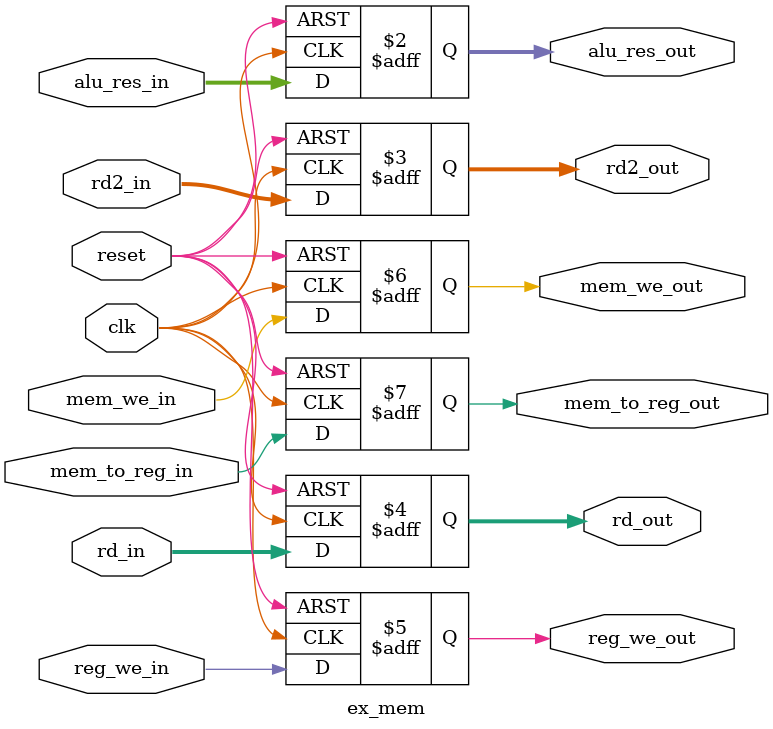
<source format=v>
`timescale 1ns / 1ps

module ex_mem(
input wire clk,
input wire reset,
input wire [31:0] alu_res_in,
input wire [31:0] rd2_in,
input wire [4:0] rd_in,
input wire reg_we_in,
input wire mem_we_in,
input wire mem_to_reg_in,

output reg [31:0] alu_res_out,
output reg [31:0] rd2_out,
output reg [4:0] rd_out,
output reg reg_we_out,
output reg mem_we_out,
output reg mem_to_reg_out
    );
    
     always @(posedge clk or posedge reset) begin
        if (reset) begin
            alu_res_out    <= 0;
            rd2_out        <= 0;
            rd_out         <= 0;
            reg_we_out     <= 0;
            mem_we_out     <= 0;
            mem_to_reg_out <= 0;
        end else begin
            alu_res_out    <= alu_res_in;
            rd2_out        <= rd2_in;
            rd_out         <= rd_in;
            reg_we_out     <= reg_we_in;
            mem_we_out     <= mem_we_in;
            mem_to_reg_out <= mem_to_reg_in;
        end
    end
endmodule

</source>
